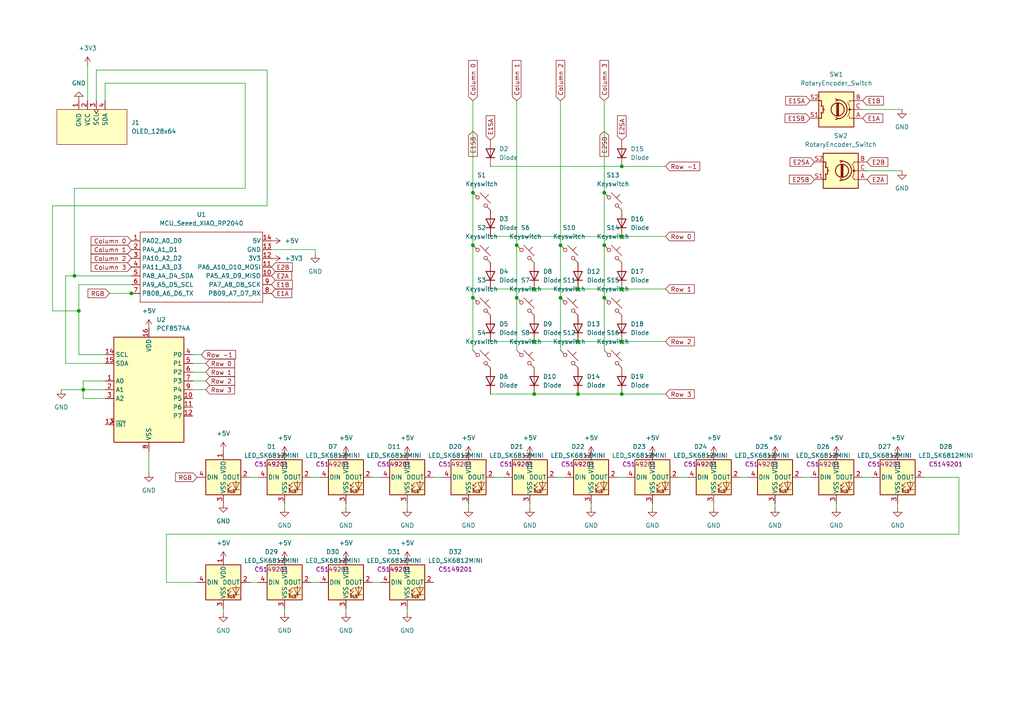
<source format=kicad_sch>
(kicad_sch (version 20231120) (generator "eeschema") (generator_version "8.0")
  (paper "A4")
  (lib_symbols
    (symbol "Device:RotaryEncoder_Switch" (pin_names (offset 0.254) hide)
      (property "Reference" "SW" (at 0 6.604 0))
      (property "Value" "RotaryEncoder_Switch" (at 0 -6.604 0))
      (symbol "RotaryEncoder_Switch_0_1"
        (rectangle (start -5.08 5.08) (end 5.08 -5.08) (stroke (width 0.254)) (fill (type background)))
        (circle (center -3.81 0) (radius 0.254) (fill (type outline)))
        (circle (center -0.381 0) (radius 1.905) (stroke (width 0.254)))
        (arc (start -0.381 2.667) (mid -3.0988 -0.0635) (end -0.381 -2.794) (stroke (width 0.254)))
        (polyline (pts (xy -0.635 -1.778) (xy -0.635 1.778)) (stroke (width 0.254)))
        (polyline (pts (xy -0.381 -1.778) (xy -0.381 1.778)) (stroke (width 0.254)))
        (polyline (pts (xy -0.127 1.778) (xy -0.127 -1.778)) (stroke (width 0.254)))
        (polyline (pts (xy 3.81 0) (xy 3.429 0)) (stroke (width 0.254)))
        (polyline (pts (xy 3.81 1.016) (xy 3.81 -1.016)) (stroke (width 0.254)))
        (polyline (pts (xy -5.08 -2.54) (xy -3.81 -2.54) (xy -3.81 -2.032)))
        (polyline (pts (xy -5.08 2.54) (xy -3.81 2.54) (xy -3.81 2.032)))
        (polyline (pts (xy 0.254 -3.048) (xy -0.508 -2.794) (xy 0.127 -2.413)) (stroke (width 0.254)))
        (polyline (pts (xy 0.254 2.921) (xy -0.508 2.667) (xy 0.127 2.286)) (stroke (width 0.254)))
        (polyline (pts (xy 5.08 -2.54) (xy 4.318 -2.54) (xy 4.318 -1.016)) (stroke (width 0.254)))
        (polyline (pts (xy 5.08 2.54) (xy 4.318 2.54) (xy 4.318 1.016)) (stroke (width 0.254)))
        (polyline (pts (xy -5.08 0) (xy -3.81 0) (xy -3.81 -1.016) (xy -3.302 -2.032)))
        (polyline (pts (xy -4.318 0) (xy -3.81 0) (xy -3.81 1.016) (xy -3.302 2.032)))
        (circle (center 4.318 -1.016) (radius 0.127) (stroke (width 0.254)))
        (circle (center 4.318 1.016) (radius 0.127) (stroke (width 0.254)))
      )
      (symbol "RotaryEncoder_Switch_1_1"
        (pin passive line (at -7.62 2.54 0) (length 2.54) (name "A") (number "A"))
        (pin passive line (at -7.62 -2.54 0) (length 2.54) (name "B") (number "B"))
        (pin passive line (at -7.62 0 0) (length 2.54) (name "C") (number "C"))
        (pin passive line (at 7.62 2.54 180) (length 2.54) (name "S1") (number "S1"))
        (pin passive line (at 7.62 -2.54 180) (length 2.54) (name "S2") (number "S2"))
      )
    )
    (symbol "Interface_Expansion:PCF8574A"
      (property "Reference" "U" (at -8.89 16.51 0))
      (property "Value" "PCF8574A" (at 2.54 16.51 0))
      (symbol "PCF8574A_0_1"
        (rectangle (start -10.16 15.24) (end 10.16 -15.24) (stroke (width 0.254)) (fill (type background)))
      )
      (symbol "PCF8574A_1_1"
        (pin input line (at -12.7 2.54 0) (length 2.54) (name "A0") (number "1"))
        (pin bidirectional line (at 12.7 -2.54 180) (length 2.54) (name "P5") (number "10"))
        (pin bidirectional line (at 12.7 -5.08 180) (length 2.54) (name "P6") (number "11"))
        (pin bidirectional line (at 12.7 -7.62 180) (length 2.54) (name "P7") (number "12"))
        (pin open_collector output_low (at -12.7 -10.16 0) (length 2.54) (name "~{INT}") (number "13"))
        (pin input line (at -12.7 10.16 0) (length 2.54) (name "SCL") (number "14"))
        (pin bidirectional line (at -12.7 7.62 0) (length 2.54) (name "SDA") (number "15"))
        (pin power_in line (at 0 17.78 270) (length 2.54) (name "VDD") (number "16"))
        (pin input line (at -12.7 0 0) (length 2.54) (name "A1") (number "2"))
        (pin input line (at -12.7 -2.54 0) (length 2.54) (name "A2") (number "3"))
        (pin bidirectional line (at 12.7 10.16 180) (length 2.54) (name "P0") (number "4"))
        (pin bidirectional line (at 12.7 7.62 180) (length 2.54) (name "P1") (number "5"))
        (pin bidirectional line (at 12.7 5.08 180) (length 2.54) (name "P2") (number "6"))
        (pin bidirectional line (at 12.7 2.54 180) (length 2.54) (name "P3") (number "7"))
        (pin power_in line (at 0 -17.78 90) (length 2.54) (name "VSS") (number "8"))
        (pin bidirectional line (at 12.7 0 180) (length 2.54) (name "P4") (number "9"))
      )
    )
    (symbol "ScottoKeebs:LED_SK6812MINI" (pin_names (offset 0.254))
      (property "Reference" "D" (at 2.032 5.588 0))
      (property "Value" "LED_SK6812MINI" (at 1.27 -5.715 0))
      (property "LCSC" "C5149201" (at 0 0 0))
      (symbol "LED_SK6812MINI_0_0"
        (text "RGB" (at 2.286 -4.191 0) (effects (font (size 0.762 0.762))))
      )
      (symbol "LED_SK6812MINI_0_1"
        (rectangle (start -5.08 5.08) (end 5.08 -5.08) (stroke (width 0.254)) (fill (type background)))
        (polyline (pts (xy 1.27 -3.556) (xy 1.778 -3.556)))
        (polyline (pts (xy 1.27 -2.54) (xy 1.778 -2.54)))
        (polyline (pts (xy 4.699 -3.556) (xy 2.667 -3.556)))
        (polyline (pts (xy 2.286 -2.54) (xy 1.27 -3.556) (xy 1.27 -3.048)))
        (polyline (pts (xy 2.286 -1.524) (xy 1.27 -2.54) (xy 1.27 -2.032)))
        (polyline (pts (xy 3.683 -1.016) (xy 3.683 -3.556) (xy 3.683 -4.064)))
        (polyline (pts (xy 4.699 -1.524) (xy 2.667 -1.524) (xy 3.683 -3.556) (xy 4.699 -1.524)))
      )
      (symbol "LED_SK6812MINI_1_1"
        (pin power_in line (at 0 7.62 270) (length 2.54) (name "VDD") (number "1"))
        (pin output line (at 7.62 0 180) (length 2.54) (name "DOUT") (number "2"))
        (pin power_in line (at 0 -7.62 90) (length 2.54) (name "VSS") (number "3"))
        (pin input line (at -7.62 0 0) (length 2.54) (name "DIN") (number "4"))
      )
    )
    (symbol "ScottoKeebs:MCU_Seeed_XIAO_RP2040"
      (property "Reference" "U" (at -16.51 11.43 0))
      (property "Value" "MCU_Seeed_XIAO_RP2040" (at -3.81 -11.43 0))
      (symbol "MCU_Seeed_XIAO_RP2040_0_1"
        (rectangle (start -16.51 10.16) (end 19.05 -10.16))
      )
      (symbol "MCU_Seeed_XIAO_RP2040_1_1"
        (pin passive line (at -19.05 7.62 0) (length 2.54) (name "PA02_A0_D0") (number "1"))
        (pin passive line (at 21.59 -2.54 180) (length 2.54) (name "PA5_A9_D9_MISO") (number "10"))
        (pin passive line (at 21.59 0 180) (length 2.54) (name "PA6_A10_D10_MOSI") (number "11"))
        (pin passive line (at 21.59 2.54 180) (length 2.54) (name "3V3") (number "12"))
        (pin passive line (at 21.59 5.08 180) (length 2.54) (name "GND") (number "13"))
        (pin passive line (at 21.59 7.62 180) (length 2.54) (name "5V") (number "14"))
        (pin passive line (at -19.05 5.08 0) (length 2.54) (name "PA4_A1_D1") (number "2"))
        (pin passive line (at -19.05 2.54 0) (length 2.54) (name "PA10_A2_D2") (number "3"))
        (pin passive line (at -19.05 0 0) (length 2.54) (name "PA11_A3_D3") (number "4"))
        (pin passive line (at -19.05 -2.54 0) (length 2.54) (name "PA8_A4_D4_SDA") (number "5"))
        (pin passive line (at -19.05 -5.08 0) (length 2.54) (name "PA9_A5_D5_SCL") (number "6"))
        (pin passive line (at -19.05 -7.62 0) (length 2.54) (name "PB08_A6_D6_TX") (number "7"))
        (pin passive line (at 21.59 -7.62 180) (length 2.54) (name "PB09_A7_D7_RX") (number "8"))
        (pin passive line (at 21.59 -5.08 180) (length 2.54) (name "PA7_A8_D8_SCK") (number "9"))
      )
    )
    (symbol "ScottoKeebs:OLED_128x64" (pin_names (offset 1.016))
      (property "Reference" "J" (at 0 -11.43 0))
      (property "Value" "OLED_128x64" (at 0 -7.62 0))
      (symbol "OLED_128x64_0_1"
        (rectangle (start 10.16 -10.16) (end -10.16 0) (fill (type background)))
      )
      (symbol "OLED_128x64_1_1"
        (pin power_in line (at -3.81 2.54 270) (length 2.54) (name "GND") (number "1"))
        (pin power_in line (at -1.27 2.54 270) (length 2.54) (name "VCC") (number "2"))
        (pin input clock (at 1.27 2.54 270) (length 2.54) (name "SCL") (number "3"))
        (pin bidirectional line (at 3.81 2.54 270) (length 2.54) (name "SDA") (number "4"))
      )
    )
    (symbol "ScottoKeebs:Placeholder_Diode" (pin_numbers hide) (pin_names hide)
      (property "Reference" "D" (at 0 2.54 0))
      (property "Value" "Diode" (at 0 -2.54 0))
      (symbol "Placeholder_Diode_0_1"
        (polyline (pts (xy -1.27 1.27) (xy -1.27 -1.27)) (stroke (width 0.254)))
        (polyline (pts (xy 1.27 0) (xy -1.27 0)))
        (polyline (pts (xy 1.27 1.27) (xy 1.27 -1.27) (xy -1.27 0) (xy 1.27 1.27)) (stroke (width 0.254)))
      )
      (symbol "Placeholder_Diode_1_1"
        (pin passive line (at -3.81 0 0) (length 2.54) (name "K") (number "1"))
        (pin passive line (at 3.81 0 180) (length 2.54) (name "A") (number "2"))
      )
    )
    (symbol "ScottoKeebs:Placeholder_Keyswitch" (pin_numbers hide) (pin_names (offset 1.016) hide)
      (property "Reference" "S" (at 3.048 1.016 0))
      (property "Value" "Keyswitch" (at 0 -3.81 0))
      (symbol "Placeholder_Keyswitch_0_1"
        (circle (center -1.1684 1.1684) (radius 0.508))
        (polyline (pts (xy -0.508 2.54) (xy 2.54 -0.508)))
        (polyline (pts (xy 1.016 1.016) (xy 2.032 2.032)))
        (polyline (pts (xy -2.54 2.54) (xy -1.524 1.524) (xy -1.524 1.524)))
        (polyline (pts (xy 1.524 -1.524) (xy 2.54 -2.54) (xy 2.54 -2.54) (xy 2.54 -2.54)))
        (circle (center 1.143 -1.1938) (radius 0.508))
        (pin passive line (at -2.54 2.54 0) (length 0) (name "1") (number "1"))
        (pin passive line (at 2.54 -2.54 180) (length 0) (name "2") (number "2"))
      )
    )
    (symbol "power:+3V3" (power) (pin_numbers hide) (pin_names (offset 0) hide)
      (property "Value" "+3V3" (at 0 3.556 0))
      (symbol "+3V3_0_1"
        (polyline (pts (xy -0.762 1.27) (xy 0 2.54)))
        (polyline (pts (xy 0 0) (xy 0 2.54)))
        (polyline (pts (xy 0 2.54) (xy 0.762 1.27)))
      )
      (symbol "+3V3_1_1"
        (pin power_in line (at 0 0 90) (length 0) (name "~") (number "1"))
      )
    )
    (symbol "power:+5V" (power) (pin_numbers hide) (pin_names (offset 0) hide)
      (property "Value" "+5V" (at 0 3.556 0))
      (symbol "+5V_0_1"
        (polyline (pts (xy -0.762 1.27) (xy 0 2.54)))
        (polyline (pts (xy 0 0) (xy 0 2.54)))
        (polyline (pts (xy 0 2.54) (xy 0.762 1.27)))
      )
      (symbol "+5V_1_1"
        (pin power_in line (at 0 0 90) (length 0) (name "~") (number "1"))
      )
    )
    (symbol "power:GND" (power) (pin_numbers hide) (pin_names (offset 0) hide)
      (property "Value" "GND" (at 0 -3.81 0))
      (symbol "GND_0_1"
        (polyline (pts (xy 0 0) (xy 0 -1.27) (xy 1.27 -1.27) (xy 0 -2.54) (xy -1.27 -1.27) (xy 0 -1.27)))
      )
      (symbol "GND_1_1"
        (pin power_in line (at 0 0 270) (length 0) (name "~") (number "1"))
      )
    )
  )
  (junction (at 154.94 114.3))
  (junction (at 180.34 48.26))
  (junction (at 22.86 90.17))
  (junction (at 180.34 114.3))
  (junction (at 167.64 114.3))
  (junction (at 154.94 99.06))
  (junction (at 167.64 99.06))
  (junction (at 137.16 55.88))
  (junction (at 149.86 86.36))
  (junction (at 180.34 83.82))
  (junction (at 180.34 68.58))
  (junction (at 137.16 86.36))
  (junction (at 149.86 71.12))
  (junction (at 137.16 71.12))
  (junction (at 154.94 83.82))
  (junction (at 38.1 85.09))
  (junction (at 175.26 86.36))
  (junction (at 24.13 113.03))
  (junction (at 162.56 71.12))
  (junction (at 175.26 55.88))
  (junction (at 180.34 99.06))
  (junction (at 162.56 86.36))
  (junction (at 167.64 83.82))
  (junction (at 21.59 80.01))
  (junction (at 175.26 71.12))
  (wire (pts (xy 15.24 90.17) (xy 22.86 90.17)))
  (wire (pts (xy 90.17 138.43) (xy 92.71 138.43)))
  (wire (pts (xy 30.48 102.87) (xy 22.86 102.87)))
  (wire (pts (xy 162.56 86.36) (xy 162.56 101.6)))
  (wire (pts (xy 161.29 138.43) (xy 163.83 138.43)))
  (wire (pts (xy 149.86 29.21) (xy 149.86 71.12)))
  (wire (pts (xy 82.55 130.81) (xy 82.55 132.08)))
  (wire (pts (xy 24.13 113.03) (xy 24.13 115.57)))
  (wire (pts (xy 250.19 138.43) (xy 252.73 138.43)))
  (wire (pts (xy 90.17 168.91) (xy 92.71 168.91)))
  (wire (pts (xy 189.23 146.05) (xy 189.23 147.32)))
  (wire (pts (xy 260.35 146.05) (xy 260.35 147.32)))
  (wire (pts (xy 180.34 99.06) (xy 193.04 99.06)))
  (wire (pts (xy 154.94 83.82) (xy 167.64 83.82)))
  (wire (pts (xy 55.88 105.41) (xy 59.69 105.41)))
  (wire (pts (xy 171.45 146.05) (xy 171.45 147.32)))
  (wire (pts (xy 242.57 146.05) (xy 242.57 147.32)))
  (wire (pts (xy 72.39 168.91) (xy 74.93 168.91)))
  (wire (pts (xy 193.04 83.82) (xy 180.34 83.82)))
  (wire (pts (xy 175.26 29.21) (xy 175.26 55.88)))
  (wire (pts (xy 55.88 110.49) (xy 59.69 110.49)))
  (wire (pts (xy 196.85 138.43) (xy 199.39 138.43)))
  (wire (pts (xy 64.77 161.29) (xy 64.77 162.56)))
  (wire (pts (xy 78.74 72.39) (xy 91.44 72.39)))
  (wire (pts (xy 232.41 138.43) (xy 234.95 138.43)))
  (wire (pts (xy 48.26 168.91) (xy 57.15 168.91)))
  (wire (pts (xy 142.24 114.3) (xy 154.94 114.3)))
  (wire (pts (xy 135.89 130.81) (xy 135.89 132.08)))
  (wire (pts (xy 137.16 86.36) (xy 137.16 101.6)))
  (wire (pts (xy 55.88 107.95) (xy 59.69 107.95)))
  (wire (pts (xy 207.01 146.05) (xy 207.01 147.32)))
  (wire (pts (xy 224.79 146.05) (xy 224.79 147.32)))
  (wire (pts (xy 167.64 114.3) (xy 180.34 114.3)))
  (wire (pts (xy 137.16 71.12) (xy 137.16 86.36)))
  (wire (pts (xy 22.86 82.55) (xy 38.1 82.55)))
  (wire (pts (xy 82.55 176.53) (xy 82.55 177.8)))
  (wire (pts (xy 267.97 138.43) (xy 278.13 138.43)))
  (wire (pts (xy 154.94 114.3) (xy 167.64 114.3)))
  (wire (pts (xy 180.34 48.26) (xy 193.04 48.26)))
  (wire (pts (xy 77.47 20.32) (xy 77.47 59.69)))
  (wire (pts (xy 278.13 138.43) (xy 278.13 154.94)))
  (wire (pts (xy 30.48 29.21) (xy 30.48 24.13)))
  (wire (pts (xy 38.1 85.09) (xy 40.64 85.09)))
  (wire (pts (xy 118.11 130.81) (xy 118.11 132.08)))
  (wire (pts (xy 19.05 105.41) (xy 19.05 80.01)))
  (wire (pts (xy 22.86 90.17) (xy 22.86 82.55)))
  (wire (pts (xy 175.26 86.36) (xy 175.26 101.6)))
  (wire (pts (xy 21.59 54.61) (xy 21.59 80.01)))
  (wire (pts (xy 118.11 161.29) (xy 118.11 162.56)))
  (wire (pts (xy 77.47 59.69) (xy 15.24 59.69)))
  (wire (pts (xy 278.13 154.94) (xy 48.26 154.94)))
  (wire (pts (xy 189.23 130.81) (xy 189.23 132.08)))
  (wire (pts (xy 154.94 99.06) (xy 167.64 99.06)))
  (wire (pts (xy 71.12 54.61) (xy 21.59 54.61)))
  (wire (pts (xy 22.86 102.87) (xy 22.86 90.17)))
  (wire (pts (xy 153.67 130.81) (xy 153.67 132.08)))
  (wire (pts (xy 30.48 113.03) (xy 24.13 113.03)))
  (wire (pts (xy 214.63 138.43) (xy 217.17 138.43)))
  (wire (pts (xy 55.88 113.03) (xy 59.69 113.03)))
  (wire (pts (xy 171.45 130.81) (xy 171.45 132.08)))
  (wire (pts (xy 30.48 24.13) (xy 71.12 24.13)))
  (wire (pts (xy 118.11 146.05) (xy 118.11 147.32)))
  (wire (pts (xy 30.48 110.49) (xy 24.13 110.49)))
  (wire (pts (xy 143.51 138.43) (xy 146.05 138.43)))
  (wire (pts (xy 15.24 59.69) (xy 15.24 90.17)))
  (wire (pts (xy 125.73 138.43) (xy 128.27 138.43)))
  (wire (pts (xy 100.33 161.29) (xy 100.33 162.56)))
  (wire (pts (xy 224.79 130.81) (xy 224.79 132.08)))
  (wire (pts (xy 25.4 19.05) (xy 25.4 29.21)))
  (wire (pts (xy 142.24 83.82) (xy 154.94 83.82)))
  (wire (pts (xy 179.07 138.43) (xy 181.61 138.43)))
  (wire (pts (xy 242.57 130.81) (xy 242.57 132.08)))
  (wire (pts (xy 64.77 176.53) (xy 64.77 177.8)))
  (wire (pts (xy 100.33 146.05) (xy 100.33 147.32)))
  (wire (pts (xy 207.01 130.81) (xy 207.01 132.08)))
  (wire (pts (xy 137.16 29.21) (xy 137.16 55.88)))
  (wire (pts (xy 82.55 146.05) (xy 82.55 147.32)))
  (wire (pts (xy 24.13 110.49) (xy 24.13 113.03)))
  (wire (pts (xy 193.04 68.58) (xy 180.34 68.58)))
  (wire (pts (xy 142.24 68.58) (xy 180.34 68.58)))
  (wire (pts (xy 149.86 86.36) (xy 149.86 101.6)))
  (wire (pts (xy 135.89 146.05) (xy 135.89 147.32)))
  (wire (pts (xy 55.88 102.87) (xy 58.42 102.87)))
  (wire (pts (xy 72.39 138.43) (xy 74.93 138.43)))
  (wire (pts (xy 137.16 55.88) (xy 137.16 71.12)))
  (wire (pts (xy 48.26 154.94) (xy 48.26 168.91)))
  (wire (pts (xy 100.33 176.53) (xy 100.33 177.8)))
  (wire (pts (xy 251.46 49.53) (xy 261.62 49.53)))
  (wire (pts (xy 142.24 99.06) (xy 154.94 99.06)))
  (wire (pts (xy 24.13 115.57) (xy 30.48 115.57)))
  (wire (pts (xy 142.24 48.26) (xy 180.34 48.26)))
  (wire (pts (xy 107.95 168.91) (xy 110.49 168.91)))
  (wire (pts (xy 175.26 71.12) (xy 175.26 86.36)))
  (wire (pts (xy 71.12 24.13) (xy 71.12 54.61)))
  (wire (pts (xy 153.67 146.05) (xy 153.67 147.32)))
  (wire (pts (xy 27.94 20.32) (xy 77.47 20.32)))
  (wire (pts (xy 118.11 176.53) (xy 118.11 177.8)))
  (wire (pts (xy 82.55 161.29) (xy 82.55 162.56)))
  (wire (pts (xy 167.64 83.82) (xy 180.34 83.82)))
  (wire (pts (xy 180.34 114.3) (xy 193.04 114.3)))
  (wire (pts (xy 30.48 105.41) (xy 19.05 105.41)))
  (wire (pts (xy 260.35 130.81) (xy 260.35 132.08)))
  (wire (pts (xy 43.18 130.81) (xy 43.18 137.16)))
  (wire (pts (xy 17.78 113.03) (xy 24.13 113.03)))
  (wire (pts (xy 167.64 99.06) (xy 180.34 99.06)))
  (wire (pts (xy 107.95 138.43) (xy 110.49 138.43)))
  (wire (pts (xy 27.94 29.21) (xy 27.94 20.32)))
  (wire (pts (xy 250.19 31.75) (xy 261.62 31.75)))
  (wire (pts (xy 162.56 29.21) (xy 162.56 71.12)))
  (wire (pts (xy 19.05 80.01) (xy 21.59 80.01)))
  (wire (pts (xy 149.86 71.12) (xy 149.86 86.36)))
  (wire (pts (xy 175.26 55.88) (xy 175.26 71.12)))
  (wire (pts (xy 91.44 72.39) (xy 91.44 73.66)))
  (wire (pts (xy 21.59 80.01) (xy 38.1 80.01)))
  (wire (pts (xy 31.75 85.09) (xy 38.1 85.09)))
  (wire (pts (xy 100.33 130.81) (xy 100.33 132.08)))
  (wire (pts (xy 162.56 71.12) (xy 162.56 86.36)))
  (global_label "E1SA" (shape input) (at 142.24 40.64 90) (property "Intersheetrefs" "${INTERSHEET_REFS}" (effects (hide yes))))
  (global_label "RGB" (shape input) (at 57.15 138.43 180) (property "Intersheetrefs" "${INTERSHEET_REFS}" (effects (hide yes))))
  (global_label "E2B" (shape input) (at 251.46 46.99 0) (property "Intersheetrefs" "${INTERSHEET_REFS}" (effects (hide yes))))
  (global_label "E2SB" (shape input) (at 175.26 38.1 270) (property "Intersheetrefs" "${INTERSHEET_REFS}" (effects (hide yes))))
  (global_label "E2A" (shape input) (at 251.46 52.07 0) (property "Intersheetrefs" "${INTERSHEET_REFS}" (effects (hide yes))))
  (global_label "E1SA" (shape input) (at 234.95 29.21 180) (property "Intersheetrefs" "${INTERSHEET_REFS}" (effects (hide yes))))
  (global_label "Column 0" (shape input) (at 137.16 29.21 90) (property "Intersheetrefs" "${INTERSHEET_REFS}" (effects (hide yes))))
  (global_label "E2SA" (shape input) (at 180.34 40.64 90) (property "Intersheetrefs" "${INTERSHEET_REFS}" (effects (hide yes))))
  (global_label "E1A" (shape input) (at 250.19 34.29 0) (property "Intersheetrefs" "${INTERSHEET_REFS}" (effects (hide yes))))
  (global_label "E2A" (shape input) (at 78.74 80.01 0) (property "Intersheetrefs" "${INTERSHEET_REFS}" (effects (hide yes))))
  (global_label "Column 0" (shape input) (at 38.1 69.85 180) (property "Intersheetrefs" "${INTERSHEET_REFS}" (effects (hide yes))))
  (global_label "E1B" (shape input) (at 250.19 29.21 0) (property "Intersheetrefs" "${INTERSHEET_REFS}" (effects (hide yes))))
  (global_label "E2SA" (shape input) (at 236.22 46.99 180) (property "Intersheetrefs" "${INTERSHEET_REFS}" (effects (hide yes))))
  (global_label "Row 0" (shape input) (at 59.69 105.41 0) (property "Intersheetrefs" "${INTERSHEET_REFS}" (effects (hide yes))))
  (global_label "E2SB" (shape input) (at 236.22 52.07 180) (property "Intersheetrefs" "${INTERSHEET_REFS}" (effects (hide yes))))
  (global_label "Column 2" (shape input) (at 162.56 29.21 90) (property "Intersheetrefs" "${INTERSHEET_REFS}" (effects (hide yes))))
  (global_label "E1SB" (shape input) (at 137.16 38.1 270) (property "Intersheetrefs" "${INTERSHEET_REFS}" (effects (hide yes))))
  (global_label "E1B" (shape input) (at 78.74 82.55 0) (property "Intersheetrefs" "${INTERSHEET_REFS}" (effects (hide yes))))
  (global_label "Column 2" (shape input) (at 38.1 74.93 180) (property "Intersheetrefs" "${INTERSHEET_REFS}" (effects (hide yes))))
  (global_label "Row -1" (shape input) (at 193.04 48.26 0) (property "Intersheetrefs" "${INTERSHEET_REFS}" (effects (hide yes))))
  (global_label "Row 3" (shape input) (at 193.04 114.3 0) (property "Intersheetrefs" "${INTERSHEET_REFS}" (effects (hide yes))))
  (global_label "Column 3" (shape input) (at 175.26 29.21 90) (property "Intersheetrefs" "${INTERSHEET_REFS}" (effects (hide yes))))
  (global_label "E1SB" (shape input) (at 234.95 34.29 180) (property "Intersheetrefs" "${INTERSHEET_REFS}" (effects (hide yes))))
  (global_label "RGB" (shape input) (at 31.75 85.09 180) (property "Intersheetrefs" "${INTERSHEET_REFS}" (effects (hide yes))))
  (global_label "Row 3" (shape input) (at 59.69 113.03 0) (property "Intersheetrefs" "${INTERSHEET_REFS}" (effects (hide yes))))
  (global_label "E2B" (shape input) (at 78.74 77.47 0) (property "Intersheetrefs" "${INTERSHEET_REFS}" (effects (hide yes))))
  (global_label "Column 1" (shape input) (at 38.1 72.39 180) (property "Intersheetrefs" "${INTERSHEET_REFS}" (effects (hide yes))))
  (global_label "E1A" (shape input) (at 78.74 85.09 0) (property "Intersheetrefs" "${INTERSHEET_REFS}" (effects (hide yes))))
  (global_label "Row 1" (shape input) (at 59.69 107.95 0) (property "Intersheetrefs" "${INTERSHEET_REFS}" (effects (hide yes))))
  (global_label "Row 1" (shape input) (at 193.04 83.82 0) (property "Intersheetrefs" "${INTERSHEET_REFS}" (effects (hide yes))))
  (global_label "Row -1" (shape input) (at 58.42 102.87 0) (property "Intersheetrefs" "${INTERSHEET_REFS}" (effects (hide yes))))
  (global_label "Column 3" (shape input) (at 38.1 77.47 180) (property "Intersheetrefs" "${INTERSHEET_REFS}" (effects (hide yes))))
  (global_label "Row 2" (shape input) (at 193.04 99.06 0) (property "Intersheetrefs" "${INTERSHEET_REFS}" (effects (hide yes))))
  (global_label "Column 1" (shape input) (at 149.86 29.21 90) (property "Intersheetrefs" "${INTERSHEET_REFS}" (effects (hide yes))))
  (global_label "Row 2" (shape input) (at 59.69 110.49 0) (property "Intersheetrefs" "${INTERSHEET_REFS}" (effects (hide yes))))
  (global_label "Row 0" (shape input) (at 193.04 68.58 0) (property "Intersheetrefs" "${INTERSHEET_REFS}" (effects (hide yes))))
  (symbol (lib_id "ScottoKeebs:MCU_Seeed_XIAO_RP2040") (at 57.15 77.47 0) (unit 1)
    (property "Reference" "U1" (at 58.42 62.23 0))
    (property "Value" "MCU_Seeed_XIAO_RP2040" (at 58.42 64.77 0))
    (property "Footprint" "ScottoKeebs_MCU:Seeed_XIAO_RP2040" (effects (hide yes)))
  )
  (symbol (lib_id "power:+5V") (at 64.77 162.56 0) (unit 1)
    (property "Reference" "#PWR035" (effects (hide yes)))
    (property "Value" "+5V" (at 64.77 157.48 0))
    (property "Description" "Power symbol creates a global label with name \"+5V\"" (effects (hide yes)))
  )
  (symbol (lib_id "power:GND") (at 82.55 177.8 0) (unit 1)
    (property "Reference" "#PWR038" (effects (hide yes)))
    (property "Value" "GND" (at 82.55 182.88 0))
    (property "Description" "Power symbol creates a global label with name \"GND\" , ground" (effects (hide yes)))
  )
  (symbol (lib_id "power:+5V") (at 100.33 132.08 0) (unit 1)
    (property "Reference" "#PWR015" (effects (hide yes)))
    (property "Value" "+5V" (at 100.33 127 0))
    (property "Description" "Power symbol creates a global label with name \"+5V\"" (effects (hide yes)))
  )
  (symbol (lib_id "ScottoKeebs:LED_SK6812MINI") (at 82.55 138.43 0) (unit 1)
    (property "Reference" "D7" (at 96.52 129.5714 0))
    (property "Value" "LED_SK6812MINI" (at 96.52 132.1114 0))
    (property "Footprint" "ScottoKeebs_Components:LED_SK6812MINI" (effects (hide yes)))
    (property "Datasheet" "https://cdn-shop.adafruit.com/product-files/2686/SK6812MINI_REV.01-1-2.pdf" (effects (hide yes)))
    (property "Description" "RGB LED with integrated controller" (effects (hide yes)))
    (property "LCSC" "C5149201" (at 96.52 134.6514 0))
  )
  (symbol (lib_id "power:+5V") (at 189.23 132.08 0) (unit 1)
    (property "Reference" "#PWR025" (effects (hide yes)))
    (property "Value" "+5V" (at 189.23 127 0))
    (property "Description" "Power symbol creates a global label with name \"+5V\"" (effects (hide yes)))
  )
  (symbol (lib_id "ScottoKeebs:Placeholder_Diode") (at 142.24 80.01 90) (unit 1)
    (property "Reference" "D4" (at 144.78 78.7399 90) (effects (justify right)))
    (property "Value" "Diode" (at 144.78 81.2799 90) (effects (justify right)))
    (property "Footprint" "ScottoKeebs_Components:Diode_DO-35" (effects (hide yes)))
    (property "Description" "1N4148 (DO-35) or 1N4148W (SOD-123)" (effects (hide yes)))
    (property "Sim.Device" "D" (effects (hide yes)))
    (property "Sim.Pins" "1=K 2=A" (effects (hide yes)))
  )
  (symbol (lib_id "ScottoKeebs:Placeholder_Keyswitch") (at 177.8 73.66 0) (unit 1)
    (property "Reference" "S14" (at 177.8 66.04 0))
    (property "Value" "Keyswitch" (at 177.8 68.58 0))
    (property "Footprint" "ScottoKeebs_MX:MX_PCB_1.00u" (effects (hide yes)))
    (property "Description" "Push button switch, normally open, two pins, 45° tilted" (effects (hide yes)))
  )
  (symbol (lib_id "power:GND") (at 17.78 113.03 0) (unit 1)
    (property "Reference" "#PWR03" (effects (hide yes)))
    (property "Value" "GND" (at 17.78 118.11 0))
    (property "Description" "Power symbol creates a global label with name \"GND\" , ground" (effects (hide yes)))
  )
  (symbol (lib_id "ScottoKeebs:Placeholder_Keyswitch") (at 165.1 104.14 0) (unit 1)
    (property "Reference" "S12" (at 165.1 96.52 0))
    (property "Value" "Keyswitch" (at 165.1 99.06 0))
    (property "Footprint" "ScottoKeebs_MX:MX_PCB_1.00u" (effects (hide yes)))
    (property "Description" "Push button switch, normally open, two pins, 45° tilted" (effects (hide yes)))
  )
  (symbol (lib_id "power:GND") (at 135.89 147.32 0) (unit 1)
    (property "Reference" "#PWR020" (effects (hide yes)))
    (property "Value" "GND" (at 135.89 152.4 0))
    (property "Description" "Power symbol creates a global label with name \"GND\" , ground" (effects (hide yes)))
  )
  (symbol (lib_id "power:+3V3") (at 78.74 74.93 270) (unit 1)
    (property "Reference" "#PWR05" (effects (hide yes)))
    (property "Value" "+3V3" (at 82.55 74.9299 90) (effects (justify left)))
    (property "Description" "Power symbol creates a global label with name \"+3V3\"" (effects (hide yes)))
  )
  (symbol (lib_id "Device:RotaryEncoder_Switch") (at 242.57 31.75 180) (unit 1)
    (property "Reference" "SW1" (at 242.57 21.59 0))
    (property "Value" "RotaryEncoder_Switch" (at 242.57 24.13 0))
    (property "Footprint" "Rotary_Encoder:RotaryEncoder_Alps_EC11E-Switch_Vertical_H20mm" (effects (hide yes)))
    (property "Description" "Rotary encoder, dual channel, incremental quadrate outputs, with switch" (effects (hide yes)))
  )
  (symbol (lib_id "power:GND") (at 224.79 147.32 0) (unit 1)
    (property "Reference" "#PWR030" (effects (hide yes)))
    (property "Value" "GND" (at 224.79 152.4 0))
    (property "Description" "Power symbol creates a global label with name \"GND\" , ground" (effects (hide yes)))
  )
  (symbol (lib_id "power:GND") (at 82.55 147.32 0) (unit 1)
    (property "Reference" "#PWR014" (effects (hide yes)))
    (property "Value" "GND" (at 82.55 152.4 0))
    (property "Description" "Power symbol creates a global label with name \"GND\" , ground" (effects (hide yes)))
  )
  (symbol (lib_id "power:+5V") (at 260.35 132.08 0) (unit 1)
    (property "Reference" "#PWR033" (effects (hide yes)))
    (property "Value" "+5V" (at 260.35 127 0))
    (property "Description" "Power symbol creates a global label with name \"+5V\"" (effects (hide yes)))
  )
  (symbol (lib_id "ScottoKeebs:LED_SK6812MINI") (at 64.77 138.43 0) (unit 1)
    (property "Reference" "D1" (at 78.74 129.5714 0))
    (property "Value" "LED_SK6812MINI" (at 78.74 132.1114 0))
    (property "Footprint" "ScottoKeebs_Components:LED_SK6812MINI" (effects (hide yes)))
    (property "Datasheet" "https://cdn-shop.adafruit.com/product-files/2686/SK6812MINI_REV.01-1-2.pdf" (effects (hide yes)))
    (property "Description" "RGB LED with integrated controller" (effects (hide yes)))
    (property "LCSC" "C5149201" (at 78.74 134.6514 0))
  )
  (symbol (lib_id "power:GND") (at 22.86 29.21 180) (unit 1)
    (property "Reference" "#PWR01" (effects (hide yes)))
    (property "Value" "GND" (at 22.86 24.13 0))
    (property "Description" "Power symbol creates a global label with name \"GND\" , ground" (effects (hide yes)))
  )
  (symbol (lib_id "ScottoKeebs:Placeholder_Keyswitch") (at 177.8 88.9 0) (unit 1)
    (property "Reference" "S15" (at 177.8 81.28 0))
    (property "Value" "Keyswitch" (at 177.8 83.82 0))
    (property "Footprint" "ScottoKeebs_MX:MX_PCB_1.00u" (effects (hide yes)))
    (property "Description" "Push button switch, normally open, two pins, 45° tilted" (effects (hide yes)))
  )
  (symbol (lib_id "power:GND") (at 43.18 137.16 0) (unit 1)
    (property "Reference" "#PWR04" (effects (hide yes)))
    (property "Value" "GND" (at 43.18 142.24 0))
    (property "Description" "Power symbol creates a global label with name \"GND\" , ground" (effects (hide yes)))
  )
  (symbol (lib_id "ScottoKeebs:Placeholder_Diode") (at 180.34 64.77 90) (unit 1)
    (property "Reference" "D16" (at 182.88 63.4999 90) (effects (justify right)))
    (property "Value" "Diode" (at 182.88 66.0399 90) (effects (justify right)))
    (property "Footprint" "ScottoKeebs_Components:Diode_DO-35" (effects (hide yes)))
    (property "Description" "1N4148 (DO-35) or 1N4148W (SOD-123)" (effects (hide yes)))
    (property "Sim.Device" "D" (effects (hide yes)))
    (property "Sim.Pins" "1=K 2=A" (effects (hide yes)))
  )
  (symbol (lib_id "power:GND") (at 260.35 147.32 0) (unit 1)
    (property "Reference" "#PWR034" (effects (hide yes)))
    (property "Value" "GND" (at 260.35 152.4 0))
    (property "Description" "Power symbol creates a global label with name \"GND\" , ground" (effects (hide yes)))
  )
  (symbol (lib_id "ScottoKeebs:Placeholder_Keyswitch") (at 139.7 58.42 0) (unit 1)
    (property "Reference" "S1" (at 139.7 50.8 0))
    (property "Value" "Keyswitch" (at 139.7 53.34 0))
    (property "Footprint" "ScottoKeebs_MX:MX_PCB_1.00u" (effects (hide yes)))
    (property "Description" "Push button switch, normally open, two pins, 45° tilted" (effects (hide yes)))
  )
  (symbol (lib_id "ScottoKeebs:Placeholder_Diode") (at 154.94 110.49 90) (unit 1)
    (property "Reference" "D10" (at 157.48 109.2199 90) (effects (justify right)))
    (property "Value" "Diode" (at 157.48 111.7599 90) (effects (justify right)))
    (property "Footprint" "ScottoKeebs_Components:Diode_DO-35" (effects (hide yes)))
    (property "Description" "1N4148 (DO-35) or 1N4148W (SOD-123)" (effects (hide yes)))
    (property "Sim.Device" "D" (effects (hide yes)))
    (property "Sim.Pins" "1=K 2=A" (effects (hide yes)))
  )
  (symbol (lib_id "power:+5V") (at 64.77 130.81 0) (unit 1)
    (property "Reference" "#PWR010" (effects (hide yes)))
    (property "Value" "+5V" (at 64.77 125.73 0))
    (property "Description" "Power symbol creates a global label with name \"+5V\"" (effects (hide yes)))
  )
  (symbol (lib_id "ScottoKeebs:LED_SK6812MINI") (at 224.79 138.43 0) (unit 1)
    (property "Reference" "D26" (at 238.76 129.5714 0))
    (property "Value" "LED_SK6812MINI" (at 238.76 132.1114 0))
    (property "Footprint" "ScottoKeebs_Components:LED_SK6812MINI" (effects (hide yes)))
    (property "Datasheet" "https://cdn-shop.adafruit.com/product-files/2686/SK6812MINI_REV.01-1-2.pdf" (effects (hide yes)))
    (property "Description" "RGB LED with integrated controller" (effects (hide yes)))
    (property "LCSC" "C5149201" (at 238.76 134.6514 0))
  )
  (symbol (lib_id "power:+5V") (at 153.67 132.08 0) (unit 1)
    (property "Reference" "#PWR021" (effects (hide yes)))
    (property "Value" "+5V" (at 153.67 127 0))
    (property "Description" "Power symbol creates a global label with name \"+5V\"" (effects (hide yes)))
  )
  (symbol (lib_id "power:+5V") (at 118.11 162.56 0) (unit 1)
    (property "Reference" "#PWR041" (effects (hide yes)))
    (property "Value" "+5V" (at 118.11 157.48 0))
    (property "Description" "Power symbol creates a global label with name \"+5V\"" (effects (hide yes)))
  )
  (symbol (lib_id "ScottoKeebs:Placeholder_Diode") (at 167.64 95.25 90) (unit 1)
    (property "Reference" "D13" (at 170.18 93.9799 90) (effects (justify right)))
    (property "Value" "Diode" (at 170.18 96.5199 90) (effects (justify right)))
    (property "Footprint" "ScottoKeebs_Components:Diode_DO-35" (effects (hide yes)))
    (property "Description" "1N4148 (DO-35) or 1N4148W (SOD-123)" (effects (hide yes)))
    (property "Sim.Device" "D" (effects (hide yes)))
    (property "Sim.Pins" "1=K 2=A" (effects (hide yes)))
  )
  (symbol (lib_id "power:GND") (at 64.77 146.05 0) (unit 1)
    (property "Reference" "#PWR09" (effects (hide yes)))
    (property "Value" "GND" (at 64.77 151.13 0))
    (property "Description" "Power symbol creates a global label with name \"GND\" , ground" (effects (hide yes)))
  )
  (symbol (lib_id "ScottoKeebs:LED_SK6812MINI") (at 100.33 168.91 0) (unit 1)
    (property "Reference" "D31" (at 114.3 160.0514 0))
    (property "Value" "LED_SK6812MINI" (at 114.3 162.5914 0))
    (property "Footprint" "ScottoKeebs_Components:LED_SK6812MINI" (effects (hide yes)))
    (property "Datasheet" "https://cdn-shop.adafruit.com/product-files/2686/SK6812MINI_REV.01-1-2.pdf" (effects (hide yes)))
    (property "Description" "RGB LED with integrated controller" (effects (hide yes)))
    (property "LCSC" "C5149201" (at 114.3 165.1314 0))
  )
  (symbol (lib_id "ScottoKeebs:Placeholder_Diode") (at 142.24 64.77 90) (unit 1)
    (property "Reference" "D3" (at 144.78 63.4999 90) (effects (justify right)))
    (property "Value" "Diode" (at 144.78 66.0399 90) (effects (justify right)))
    (property "Footprint" "ScottoKeebs_Components:Diode_DO-35" (effects (hide yes)))
    (property "Description" "1N4148 (DO-35) or 1N4148W (SOD-123)" (effects (hide yes)))
    (property "Sim.Device" "D" (effects (hide yes)))
    (property "Sim.Pins" "1=K 2=A" (effects (hide yes)))
  )
  (symbol (lib_id "power:+5V") (at 43.18 95.25 0) (unit 1)
    (property "Reference" "#PWR012" (effects (hide yes)))
    (property "Value" "+5V" (at 43.18 90.17 0))
    (property "Description" "Power symbol creates a global label with name \"+5V\"" (effects (hide yes)))
  )
  (symbol (lib_id "ScottoKeebs:Placeholder_Diode") (at 180.34 110.49 90) (unit 1)
    (property "Reference" "D19" (at 182.88 109.2199 90) (effects (justify right)))
    (property "Value" "Diode" (at 182.88 111.7599 90) (effects (justify right)))
    (property "Footprint" "ScottoKeebs_Components:Diode_DO-35" (effects (hide yes)))
    (property "Description" "1N4148 (DO-35) or 1N4148W (SOD-123)" (effects (hide yes)))
    (property "Sim.Device" "D" (effects (hide yes)))
    (property "Sim.Pins" "1=K 2=A" (effects (hide yes)))
  )
  (symbol (lib_id "power:GND") (at 100.33 177.8 0) (unit 1)
    (property "Reference" "#PWR040" (effects (hide yes)))
    (property "Value" "GND" (at 100.33 182.88 0))
    (property "Description" "Power symbol creates a global label with name \"GND\" , ground" (effects (hide yes)))
  )
  (symbol (lib_id "ScottoKeebs:LED_SK6812MINI") (at 207.01 138.43 0) (unit 1)
    (property "Reference" "D25" (at 220.98 129.5714 0))
    (property "Value" "LED_SK6812MINI" (at 220.98 132.1114 0))
    (property "Footprint" "ScottoKeebs_Components:LED_SK6812MINI" (effects (hide yes)))
    (property "Datasheet" "https://cdn-shop.adafruit.com/product-files/2686/SK6812MINI_REV.01-1-2.pdf" (effects (hide yes)))
    (property "Description" "RGB LED with integrated controller" (effects (hide yes)))
    (property "LCSC" "C5149201" (at 220.98 134.6514 0))
  )
  (symbol (lib_id "power:GND") (at 118.11 147.32 0) (unit 1)
    (property "Reference" "#PWR018" (effects (hide yes)))
    (property "Value" "GND" (at 118.11 152.4 0))
    (property "Description" "Power symbol creates a global label with name \"GND\" , ground" (effects (hide yes)))
  )
  (symbol (lib_id "ScottoKeebs:LED_SK6812MINI") (at 260.35 138.43 0) (unit 1)
    (property "Reference" "D28" (at 274.32 129.5714 0))
    (property "Value" "LED_SK6812MINI" (at 274.32 132.1114 0))
    (property "Footprint" "ScottoKeebs_Components:LED_SK6812MINI" (effects (hide yes)))
    (property "Datasheet" "https://cdn-shop.adafruit.com/product-files/2686/SK6812MINI_REV.01-1-2.pdf" (effects (hide yes)))
    (property "Description" "RGB LED with integrated controller" (effects (hide yes)))
    (property "LCSC" "C5149201" (at 274.32 134.6514 0))
  )
  (symbol (lib_id "power:GND") (at 64.77 177.8 0) (unit 1)
    (property "Reference" "#PWR036" (effects (hide yes)))
    (property "Value" "GND" (at 64.77 182.88 0))
    (property "Description" "Power symbol creates a global label with name \"GND\" , ground" (effects (hide yes)))
  )
  (symbol (lib_id "Interface_Expansion:PCF8574A") (at 43.18 113.03 0) (unit 1)
    (property "Reference" "U2" (at 45.3741 92.71 0) (effects (justify left)))
    (property "Value" "PCF8574A" (at 45.3741 95.25 0) (effects (justify left)))
    (property "Footprint" "pcf:N16" (effects (hide yes)))
    (property "Datasheet" "http://www.nxp.com/docs/en/data-sheet/PCF8574_PCF8574A.pdf" (effects (hide yes)))
    (property "Description" "8 Bit Port/Expander to I2C Bus, DIP/SOIC-16" (effects (hide yes)))
  )
  (symbol (lib_id "ScottoKeebs:Placeholder_Keyswitch") (at 152.4 73.66 0) (unit 1)
    (property "Reference" "S6" (at 152.4 66.04 0))
    (property "Value" "Keyswitch" (at 152.4 68.58 0))
    (property "Footprint" "ScottoKeebs_MX:MX_PCB_1.00u" (effects (hide yes)))
    (property "Description" "Push button switch, normally open, two pins, 45° tilted" (effects (hide yes)))
  )
  (symbol (lib_id "power:+5V") (at 78.74 69.85 270) (unit 1)
    (property "Reference" "#PWR011" (effects (hide yes)))
    (property "Value" "+5V" (at 82.55 69.8499 90) (effects (justify left)))
    (property "Description" "Power symbol creates a global label with name \"+5V\"" (effects (hide yes)))
  )
  (symbol (lib_id "power:+5V") (at 100.33 162.56 0) (unit 1)
    (property "Reference" "#PWR039" (effects (hide yes)))
    (property "Value" "+5V" (at 100.33 157.48 0))
    (property "Description" "Power symbol creates a global label with name \"+5V\"" (effects (hide yes)))
  )
  (symbol (lib_id "ScottoKeebs:LED_SK6812MINI") (at 153.67 138.43 0) (unit 1)
    (property "Reference" "D22" (at 167.64 129.5714 0))
    (property "Value" "LED_SK6812MINI" (at 167.64 132.1114 0))
    (property "Footprint" "ScottoKeebs_Components:LED_SK6812MINI" (effects (hide yes)))
    (property "Datasheet" "https://cdn-shop.adafruit.com/product-files/2686/SK6812MINI_REV.01-1-2.pdf" (effects (hide yes)))
    (property "Description" "RGB LED with integrated controller" (effects (hide yes)))
    (property "LCSC" "C5149201" (at 167.64 134.6514 0))
  )
  (symbol (lib_id "power:+3V3") (at 25.4 19.05 0) (unit 1)
    (property "Reference" "#PWR02" (effects (hide yes)))
    (property "Value" "+3V3" (at 25.4 13.97 0))
    (property "Description" "Power symbol creates a global label with name \"+3V3\"" (effects (hide yes)))
  )
  (symbol (lib_id "ScottoKeebs:Placeholder_Diode") (at 180.34 44.45 90) (unit 1)
    (property "Reference" "D15" (at 182.88 43.1799 90) (effects (justify right)))
    (property "Value" "Diode" (at 182.88 45.7199 90) (effects (justify right)))
    (property "Footprint" "ScottoKeebs_Components:Diode_DO-35" (effects (hide yes)))
    (property "Description" "1N4148 (DO-35) or 1N4148W (SOD-123)" (effects (hide yes)))
    (property "Sim.Device" "D" (effects (hide yes)))
    (property "Sim.Pins" "1=K 2=A" (effects (hide yes)))
  )
  (symbol (lib_id "power:GND") (at 171.45 147.32 0) (unit 1)
    (property "Reference" "#PWR024" (effects (hide yes)))
    (property "Value" "GND" (at 171.45 152.4 0))
    (property "Description" "Power symbol creates a global label with name \"GND\" , ground" (effects (hide yes)))
  )
  (symbol (lib_id "ScottoKeebs:LED_SK6812MINI") (at 135.89 138.43 0) (unit 1)
    (property "Reference" "D21" (at 149.86 129.5714 0))
    (property "Value" "LED_SK6812MINI" (at 149.86 132.1114 0))
    (property "Footprint" "ScottoKeebs_Components:LED_SK6812MINI" (effects (hide yes)))
    (property "Datasheet" "https://cdn-shop.adafruit.com/product-files/2686/SK6812MINI_REV.01-1-2.pdf" (effects (hide yes)))
    (property "Description" "RGB LED with integrated controller" (effects (hide yes)))
    (property "LCSC" "C5149201" (at 149.86 134.6514 0))
  )
  (symbol (lib_id "power:GND") (at 261.62 31.75 0) (unit 1)
    (property "Reference" "#PWR07" (effects (hide yes)))
    (property "Value" "GND" (at 261.62 36.83 0))
    (property "Description" "Power symbol creates a global label with name \"GND\" , ground" (effects (hide yes)))
  )
  (symbol (lib_id "ScottoKeebs:Placeholder_Diode") (at 180.34 80.01 90) (unit 1)
    (property "Reference" "D17" (at 182.88 78.7399 90) (effects (justify right)))
    (property "Value" "Diode" (at 182.88 81.2799 90) (effects (justify right)))
    (property "Footprint" "ScottoKeebs_Components:Diode_DO-35" (effects (hide yes)))
    (property "Description" "1N4148 (DO-35) or 1N4148W (SOD-123)" (effects (hide yes)))
    (property "Sim.Device" "D" (effects (hide yes)))
    (property "Sim.Pins" "1=K 2=A" (effects (hide yes)))
  )
  (symbol (lib_id "power:+5V") (at 171.45 132.08 0) (unit 1)
    (property "Reference" "#PWR023" (effects (hide yes)))
    (property "Value" "+5V" (at 171.45 127 0))
    (property "Description" "Power symbol creates a global label with name \"+5V\"" (effects (hide yes)))
  )
  (symbol (lib_id "ScottoKeebs:Placeholder_Keyswitch") (at 177.8 58.42 0) (unit 1)
    (property "Reference" "S13" (at 177.8 50.8 0))
    (property "Value" "Keyswitch" (at 177.8 53.34 0))
    (property "Footprint" "ScottoKeebs_MX:MX_PCB_1.00u" (effects (hide yes)))
    (property "Description" "Push button switch, normally open, two pins, 45° tilted" (effects (hide yes)))
  )
  (symbol (lib_id "ScottoKeebs:LED_SK6812MINI") (at 82.55 168.91 0) (unit 1)
    (property "Reference" "D30" (at 96.52 160.0514 0))
    (property "Value" "LED_SK6812MINI" (at 96.52 162.5914 0))
    (property "Footprint" "ScottoKeebs_Components:LED_SK6812MINI" (effects (hide yes)))
    (property "Datasheet" "https://cdn-shop.adafruit.com/product-files/2686/SK6812MINI_REV.01-1-2.pdf" (effects (hide yes)))
    (property "Description" "RGB LED with integrated controller" (effects (hide yes)))
    (property "LCSC" "C5149201" (at 96.52 165.1314 0))
  )
  (symbol (lib_id "ScottoKeebs:Placeholder_Diode") (at 142.24 44.45 90) (unit 1)
    (property "Reference" "D2" (at 144.78 43.1799 90) (effects (justify right)))
    (property "Value" "Diode" (at 144.78 45.7199 90) (effects (justify right)))
    (property "Footprint" "ScottoKeebs_Components:Diode_DO-35" (effects (hide yes)))
    (property "Description" "1N4148 (DO-35) or 1N4148W (SOD-123)" (effects (hide yes)))
    (property "Sim.Device" "D" (effects (hide yes)))
    (property "Sim.Pins" "1=K 2=A" (effects (hide yes)))
  )
  (symbol (lib_id "ScottoKeebs:LED_SK6812MINI") (at 64.77 168.91 0) (unit 1)
    (property "Reference" "D29" (at 78.74 160.0514 0))
    (property "Value" "LED_SK6812MINI" (at 78.74 162.5914 0))
    (property "Footprint" "ScottoKeebs_Components:LED_SK6812MINI" (effects (hide yes)))
    (property "Datasheet" "https://cdn-shop.adafruit.com/product-files/2686/SK6812MINI_REV.01-1-2.pdf" (effects (hide yes)))
    (property "Description" "RGB LED with integrated controller" (effects (hide yes)))
    (property "LCSC" "C5149201" (at 78.74 165.1314 0))
  )
  (symbol (lib_id "ScottoKeebs:Placeholder_Keyswitch") (at 152.4 104.14 0) (unit 1)
    (property "Reference" "S8" (at 152.4 96.52 0))
    (property "Value" "Keyswitch" (at 152.4 99.06 0))
    (property "Footprint" "ScottoKeebs_MX:MX_PCB_1.00u" (effects (hide yes)))
    (property "Description" "Push button switch, normally open, two pins, 45° tilted" (effects (hide yes)))
  )
  (symbol (lib_id "ScottoKeebs:OLED_128x64") (at 26.67 31.75 0) (unit 1)
    (property "Reference" "J1" (at 38.1 35.5599 0) (effects (justify left)))
    (property "Value" "OLED_128x64" (at 38.1 38.0999 0) (effects (justify left)))
    (property "Footprint" "ScottoKeebs_Components:OLED_128x64" (effects (hide yes)))
  )
  (symbol (lib_id "ScottoKeebs:Placeholder_Diode") (at 154.94 80.01 90) (unit 1)
    (property "Reference" "D8" (at 157.48 78.7399 90) (effects (justify right)))
    (property "Value" "Diode" (at 157.48 81.2799 90) (effects (justify right)))
    (property "Footprint" "ScottoKeebs_Components:Diode_DO-35" (effects (hide yes)))
    (property "Description" "1N4148 (DO-35) or 1N4148W (SOD-123)" (effects (hide yes)))
    (property "Sim.Device" "D" (effects (hide yes)))
    (property "Sim.Pins" "1=K 2=A" (effects (hide yes)))
  )
  (symbol (lib_id "ScottoKeebs:LED_SK6812MINI") (at 189.23 138.43 0) (unit 1)
    (property "Reference" "D24" (at 203.2 129.5714 0))
    (property "Value" "LED_SK6812MINI" (at 203.2 132.1114 0))
    (property "Footprint" "ScottoKeebs_Components:LED_SK6812MINI" (effects (hide yes)))
    (property "Datasheet" "https://cdn-shop.adafruit.com/product-files/2686/SK6812MINI_REV.01-1-2.pdf" (effects (hide yes)))
    (property "Description" "RGB LED with integrated controller" (effects (hide yes)))
    (property "LCSC" "C5149201" (at 203.2 134.6514 0))
  )
  (symbol (lib_id "power:GND") (at 153.67 147.32 0) (unit 1)
    (property "Reference" "#PWR022" (effects (hide yes)))
    (property "Value" "GND" (at 153.67 152.4 0))
    (property "Description" "Power symbol creates a global label with name \"GND\" , ground" (effects (hide yes)))
  )
  (symbol (lib_id "ScottoKeebs:Placeholder_Keyswitch") (at 152.4 88.9 0) (unit 1)
    (property "Reference" "S7" (at 152.4 81.28 0))
    (property "Value" "Keyswitch" (at 152.4 83.82 0))
    (property "Footprint" "ScottoKeebs_MX:MX_PCB_1.00u" (effects (hide yes)))
    (property "Description" "Push button switch, normally open, two pins, 45° tilted" (effects (hide yes)))
  )
  (symbol (lib_id "ScottoKeebs:Placeholder_Keyswitch") (at 139.7 104.14 0) (unit 1)
    (property "Reference" "S4" (at 139.7 96.52 0))
    (property "Value" "Keyswitch" (at 139.7 99.06 0))
    (property "Footprint" "ScottoKeebs_MX:MX_PCB_1.00u" (effects (hide yes)))
    (property "Description" "Push button switch, normally open, two pins, 45° tilted" (effects (hide yes)))
  )
  (symbol (lib_id "ScottoKeebs:Placeholder_Keyswitch") (at 165.1 88.9 0) (unit 1)
    (property "Reference" "S11" (at 165.1 81.28 0))
    (property "Value" "Keyswitch" (at 165.1 83.82 0))
    (property "Footprint" "ScottoKeebs_MX:MX_PCB_1.00u" (effects (hide yes)))
    (property "Description" "Push button switch, normally open, two pins, 45° tilted" (effects (hide yes)))
  )
  (symbol (lib_id "ScottoKeebs:LED_SK6812MINI") (at 171.45 138.43 0) (unit 1)
    (property "Reference" "D23" (at 185.42 129.5714 0))
    (property "Value" "LED_SK6812MINI" (at 185.42 132.1114 0))
    (property "Footprint" "ScottoKeebs_Components:LED_SK6812MINI" (effects (hide yes)))
    (property "Datasheet" "https://cdn-shop.adafruit.com/product-files/2686/SK6812MINI_REV.01-1-2.pdf" (effects (hide yes)))
    (property "Description" "RGB LED with integrated controller" (effects (hide yes)))
    (property "LCSC" "C5149201" (at 185.42 134.6514 0))
  )
  (symbol (lib_id "ScottoKeebs:Placeholder_Diode") (at 167.64 80.01 90) (unit 1)
    (property "Reference" "D12" (at 170.18 78.7399 90) (effects (justify right)))
    (property "Value" "Diode" (at 170.18 81.2799 90) (effects (justify right)))
    (property "Footprint" "ScottoKeebs_Components:Diode_DO-35" (effects (hide yes)))
    (property "Description" "1N4148 (DO-35) or 1N4148W (SOD-123)" (effects (hide yes)))
    (property "Sim.Device" "D" (effects (hide yes)))
    (property "Sim.Pins" "1=K 2=A" (effects (hide yes)))
  )
  (symbol (lib_id "power:GND") (at 100.33 147.32 0) (unit 1)
    (property "Reference" "#PWR016" (effects (hide yes)))
    (property "Value" "GND" (at 100.33 152.4 0))
    (property "Description" "Power symbol creates a global label with name \"GND\" , ground" (effects (hide yes)))
  )
  (symbol (lib_id "power:GND") (at 118.11 177.8 0) (unit 1)
    (property "Reference" "#PWR042" (effects (hide yes)))
    (property "Value" "GND" (at 118.11 182.88 0))
    (property "Description" "Power symbol creates a global label with name \"GND\" , ground" (effects (hide yes)))
  )
  (symbol (lib_id "ScottoKeebs:LED_SK6812MINI") (at 118.11 138.43 0) (unit 1)
    (property "Reference" "D20" (at 132.08 129.5714 0))
    (property "Value" "LED_SK6812MINI" (at 132.08 132.1114 0))
    (property "Footprint" "ScottoKeebs_Components:LED_SK6812MINI" (effects (hide yes)))
    (property "Datasheet" "https://cdn-shop.adafruit.com/product-files/2686/SK6812MINI_REV.01-1-2.pdf" (effects (hide yes)))
    (property "Description" "RGB LED with integrated controller" (effects (hide yes)))
    (property "LCSC" "C5149201" (at 132.08 134.6514 0))
  )
  (symbol (lib_id "power:+5V") (at 82.55 132.08 0) (unit 1)
    (property "Reference" "#PWR013" (effects (hide yes)))
    (property "Value" "+5V" (at 82.55 127 0))
    (property "Description" "Power symbol creates a global label with name \"+5V\"" (effects (hide yes)))
  )
  (symbol (lib_id "power:GND") (at 261.62 49.53 0) (unit 1)
    (property "Reference" "#PWR08" (effects (hide yes)))
    (property "Value" "GND" (at 261.62 54.61 0))
    (property "Description" "Power symbol creates a global label with name \"GND\" , ground" (effects (hide yes)))
  )
  (symbol (lib_id "ScottoKeebs:Placeholder_Keyswitch") (at 139.7 88.9 0) (unit 1)
    (property "Reference" "S3" (at 139.7 81.28 0))
    (property "Value" "Keyswitch" (at 139.7 83.82 0))
    (property "Footprint" "ScottoKeebs_MX:MX_PCB_1.00u" (effects (hide yes)))
    (property "Description" "Push button switch, normally open, two pins, 45° tilted" (effects (hide yes)))
  )
  (symbol (lib_id "power:GND") (at 207.01 147.32 0) (unit 1)
    (property "Reference" "#PWR028" (effects (hide yes)))
    (property "Value" "GND" (at 207.01 152.4 0))
    (property "Description" "Power symbol creates a global label with name \"GND\" , ground" (effects (hide yes)))
  )
  (symbol (lib_id "power:+5V") (at 82.55 162.56 0) (unit 1)
    (property "Reference" "#PWR037" (effects (hide yes)))
    (property "Value" "+5V" (at 82.55 157.48 0))
    (property "Description" "Power symbol creates a global label with name \"+5V\"" (effects (hide yes)))
  )
  (symbol (lib_id "ScottoKeebs:LED_SK6812MINI") (at 242.57 138.43 0) (unit 1)
    (property "Reference" "D27" (at 256.54 129.5714 0))
    (property "Value" "LED_SK6812MINI" (at 256.54 132.1114 0))
    (property "Footprint" "ScottoKeebs_Components:LED_SK6812MINI" (effects (hide yes)))
    (property "Datasheet" "https://cdn-shop.adafruit.com/product-files/2686/SK6812MINI_REV.01-1-2.pdf" (effects (hide yes)))
    (property "Description" "RGB LED with integrated controller" (effects (hide yes)))
    (property "LCSC" "C5149201" (at 256.54 134.6514 0))
  )
  (symbol (lib_id "power:+5V") (at 224.79 132.08 0) (unit 1)
    (property "Reference" "#PWR029" (effects (hide yes)))
    (property "Value" "+5V" (at 224.79 127 0))
    (property "Description" "Power symbol creates a global label with name \"+5V\"" (effects (hide yes)))
  )
  (symbol (lib_id "ScottoKeebs:Placeholder_Diode") (at 167.64 110.49 90) (unit 1)
    (property "Reference" "D14" (at 170.18 109.2199 90) (effects (justify right)))
    (property "Value" "Diode" (at 170.18 111.7599 90) (effects (justify right)))
    (property "Footprint" "ScottoKeebs_Components:Diode_DO-35" (effects (hide yes)))
    (property "Description" "1N4148 (DO-35) or 1N4148W (SOD-123)" (effects (hide yes)))
    (property "Sim.Device" "D" (effects (hide yes)))
    (property "Sim.Pins" "1=K 2=A" (effects (hide yes)))
  )
  (symbol (lib_id "power:+5V") (at 135.89 132.08 0) (unit 1)
    (property "Reference" "#PWR019" (effects (hide yes)))
    (property "Value" "+5V" (at 135.89 127 0))
    (property "Description" "Power symbol creates a global label with name \"+5V\"" (effects (hide yes)))
  )
  (symbol (lib_id "ScottoKeebs:LED_SK6812MINI") (at 100.33 138.43 0) (unit 1)
    (property "Reference" "D11" (at 114.3 129.5714 0))
    (property "Value" "LED_SK6812MINI" (at 114.3 132.1114 0))
    (property "Footprint" "ScottoKeebs_Components:LED_SK6812MINI" (effects (hide yes)))
    (property "Datasheet" "https://cdn-shop.adafruit.com/product-files/2686/SK6812MINI_REV.01-1-2.pdf" (effects (hide yes)))
    (property "Description" "RGB LED with integrated controller" (effects (hide yes)))
    (property "LCSC" "C5149201" (at 114.3 134.6514 0))
  )
  (symbol (lib_id "ScottoKeebs:Placeholder_Keyswitch") (at 165.1 73.66 0) (unit 1)
    (property "Reference" "S10" (at 165.1 66.04 0))
    (property "Value" "Keyswitch" (at 165.1 68.58 0))
    (property "Footprint" "ScottoKeebs_MX:MX_PCB_1.00u" (effects (hide yes)))
    (property "Description" "Push button switch, normally open, two pins, 45° tilted" (effects (hide yes)))
  )
  (symbol (lib_id "ScottoKeebs:Placeholder_Keyswitch") (at 177.8 104.14 0) (unit 1)
    (property "Reference" "S16" (at 177.8 96.52 0))
    (property "Value" "Keyswitch" (at 177.8 99.06 0))
    (property "Footprint" "ScottoKeebs_MX:MX_PCB_1.00u" (effects (hide yes)))
    (property "Description" "Push button switch, normally open, two pins, 45° tilted" (effects (hide yes)))
  )
  (symbol (lib_id "ScottoKeebs:Placeholder_Diode") (at 142.24 95.25 90) (unit 1)
    (property "Reference" "D5" (at 144.78 93.9799 90) (effects (justify right)))
    (property "Value" "Diode" (at 144.78 96.5199 90) (effects (justify right)))
    (property "Footprint" "ScottoKeebs_Components:Diode_DO-35" (effects (hide yes)))
    (property "Description" "1N4148 (DO-35) or 1N4148W (SOD-123)" (effects (hide yes)))
    (property "Sim.Device" "D" (effects (hide yes)))
    (property "Sim.Pins" "1=K 2=A" (effects (hide yes)))
  )
  (symbol (lib_id "power:GND") (at 189.23 147.32 0) (unit 1)
    (property "Reference" "#PWR026" (effects (hide yes)))
    (property "Value" "GND" (at 189.23 152.4 0))
    (property "Description" "Power symbol creates a global label with name \"GND\" , ground" (effects (hide yes)))
  )
  (symbol (lib_id "ScottoKeebs:Placeholder_Diode") (at 142.24 110.49 90) (unit 1)
    (property "Reference" "D6" (at 144.78 109.2199 90) (effects (justify right)))
    (property "Value" "Diode" (at 144.78 111.7599 90) (effects (justify right)))
    (property "Footprint" "ScottoKeebs_Components:Diode_DO-35" (effects (hide yes)))
    (property "Description" "1N4148 (DO-35) or 1N4148W (SOD-123)" (effects (hide yes)))
    (property "Sim.Device" "D" (effects (hide yes)))
    (property "Sim.Pins" "1=K 2=A" (effects (hide yes)))
  )
  (symbol (lib_id "power:+5V") (at 242.57 132.08 0) (unit 1)
    (property "Reference" "#PWR031" (effects (hide yes)))
    (property "Value" "+5V" (at 242.57 127 0))
    (property "Description" "Power symbol creates a global label with name \"+5V\"" (effects (hide yes)))
  )
  (symbol (lib_id "ScottoKeebs:Placeholder_Diode") (at 180.34 95.25 90) (unit 1)
    (property "Reference" "D18" (at 182.88 93.9799 90) (effects (justify right)))
    (property "Value" "Diode" (at 182.88 96.5199 90) (effects (justify right)))
    (property "Footprint" "ScottoKeebs_Components:Diode_DO-35" (effects (hide yes)))
    (property "Description" "1N4148 (DO-35) or 1N4148W (SOD-123)" (effects (hide yes)))
    (property "Sim.Device" "D" (effects (hide yes)))
    (property "Sim.Pins" "1=K 2=A" (effects (hide yes)))
  )
  (symbol (lib_id "power:+5V") (at 207.01 132.08 0) (unit 1)
    (property "Reference" "#PWR027" (effects (hide yes)))
    (property "Value" "+5V" (at 207.01 127 0))
    (property "Description" "Power symbol creates a global label with name \"+5V\"" (effects (hide yes)))
  )
  (symbol (lib_id "ScottoKeebs:Placeholder_Keyswitch") (at 139.7 73.66 0) (unit 1)
    (property "Reference" "S2" (at 139.7 66.04 0))
    (property "Value" "Keyswitch" (at 139.7 68.58 0))
    (property "Footprint" "ScottoKeebs_MX:MX_PCB_1.00u" (effects (hide yes)))
    (property "Description" "Push button switch, normally open, two pins, 45° tilted" (effects (hide yes)))
  )
  (symbol (lib_id "ScottoKeebs:LED_SK6812MINI") (at 118.11 168.91 0) (unit 1)
    (property "Reference" "D32" (at 132.08 160.0514 0))
    (property "Value" "LED_SK6812MINI" (at 132.08 162.5914 0))
    (property "Footprint" "ScottoKeebs_Components:LED_SK6812MINI" (effects (hide yes)))
    (property "Datasheet" "https://cdn-shop.adafruit.com/product-files/2686/SK6812MINI_REV.01-1-2.pdf" (effects (hide yes)))
    (property "Description" "RGB LED with integrated controller" (effects (hide yes)))
    (property "LCSC" "C5149201" (at 132.08 165.1314 0))
  )
  (symbol (lib_id "power:+5V") (at 118.11 132.08 0) (unit 1)
    (property "Reference" "#PWR017" (effects (hide yes)))
    (property "Value" "+5V" (at 118.11 127 0))
    (property "Description" "Power symbol creates a global label with name \"+5V\"" (effects (hide yes)))
  )
  (symbol (lib_id "Device:RotaryEncoder_Switch") (at 243.84 49.53 180) (unit 1)
    (property "Reference" "SW2" (at 243.84 39.37 0))
    (property "Value" "RotaryEncoder_Switch" (at 243.84 41.91 0))
    (property "Footprint" "Rotary_Encoder:RotaryEncoder_Alps_EC11E-Switch_Vertical_H20mm" (effects (hide yes)))
    (property "Description" "Rotary encoder, dual channel, incremental quadrate outputs, with switch" (effects (hide yes)))
  )
  (symbol (lib_id "power:GND") (at 242.57 147.32 0) (unit 1)
    (property "Reference" "#PWR032" (effects (hide yes)))
    (property "Value" "GND" (at 242.57 152.4 0))
    (property "Description" "Power symbol creates a global label with name \"GND\" , ground" (effects (hide yes)))
  )
  (symbol (lib_id "ScottoKeebs:Placeholder_Diode") (at 154.94 95.25 90) (unit 1)
    (property "Reference" "D9" (at 157.48 93.9799 90) (effects (justify right)))
    (property "Value" "Diode" (at 157.48 96.5199 90) (effects (justify right)))
    (property "Footprint" "ScottoKeebs_Components:Diode_DO-35" (effects (hide yes)))
    (property "Description" "1N4148 (DO-35) or 1N4148W (SOD-123)" (effects (hide yes)))
    (property "Sim.Device" "D" (effects (hide yes)))
    (property "Sim.Pins" "1=K 2=A" (effects (hide yes)))
  )
  (symbol (lib_id "power:GND") (at 91.44 73.66 0) (unit 1)
    (property "Reference" "#PWR06" (effects (hide yes)))
    (property "Value" "GND" (at 91.44 78.74 0))
    (property "Description" "Power symbol creates a global label with name \"GND\" , ground" (effects (hide yes)))
  )
)
</source>
